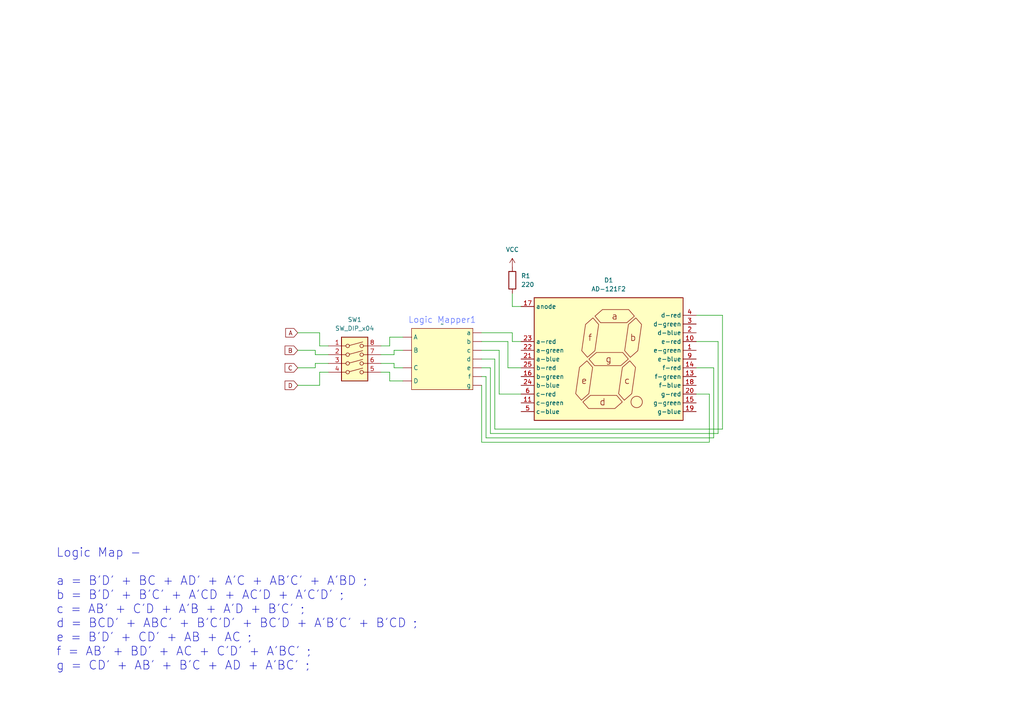
<source format=kicad_sch>
(kicad_sch (version 20231120) (generator "eeschema") (generator_version "8.0")
  (paper "A4")
  (lib_symbols
    (symbol "CustomLogic:Logic_Maper"
      (property "Reference" "Logic Mapper" (at 0 0 0))
      (symbol "Logic_Maper_1_1"
        (rectangle (start -8.89 8.89) (end 8.89 -8.89) (fill (type background)))
        (pin input line (at -11.43 6.35 0) (length 2.54) (name "A") (number ""))
        (pin input line (at -11.43 2.54 0) (length 2.54) (name "B") (number ""))
        (pin input line (at -11.43 -2.54 0) (length 2.54) (name "C") (number ""))
        (pin input line (at -11.43 -6.35 0) (length 2.54) (name "D") (number ""))
        (pin output line (at 11.43 7.62 180) (length 2.54) (name "a") (number ""))
        (pin output line (at 11.43 5.08 180) (length 2.54) (name "b") (number ""))
        (pin output line (at 11.43 2.54 180) (length 2.54) (name "c") (number ""))
        (pin output line (at 11.43 0 180) (length 2.54) (name "d") (number ""))
        (pin output line (at 11.43 -2.54 180) (length 2.54) (name "e") (number ""))
        (pin output line (at 11.43 -5.08 180) (length 2.54) (name "f") (number ""))
        (pin output line (at 11.43 -7.62 180) (length 2.54) (name "g") (number ""))
      )
    )
    (symbol "Device:R" (pin_numbers hide) (pin_names (offset 0))
      (property "Reference" "R" (at 2.032 0 90))
      (property "Value" "R" (at 0 0 90))
      (symbol "R_0_1"
        (rectangle (start -1.016 -2.54) (end 1.016 2.54) (stroke (width 0.254)))
      )
      (symbol "R_1_1"
        (pin passive line (at 0 3.81 270) (length 1.27) (name "~") (number "1"))
        (pin passive line (at 0 -3.81 90) (length 1.27) (name "~") (number "2"))
      )
    )
    (symbol "Display_Character:AD-121F2"
      (property "Reference" "D" (at -21.59 21.59 0))
      (property "Value" "AD-121F2" (at -21.59 19.05 0))
      (symbol "AD-121F2_0_1"
        (rectangle (start -21.59 17.78) (end 21.59 -17.78) (stroke (width 0.254)) (fill (type background)))
        (polyline (pts (xy -7.8994 -11.938) (xy -5.7404 -10.033) (xy -4.6482 -2.413) (xy -6.2992 -0.508) (xy -8.4582 -2.413) (xy -9.5504 -10.033) (xy -7.8994 -11.938)))
        (polyline (pts (xy -7.4676 -12.446) (xy -5.2832 -10.541) (xy 2.3368 -10.541) (xy 3.9624 -12.446) (xy 1.8034 -14.351) (xy -5.8166 -14.351) (xy -7.4676 -12.446)))
        (polyline (pts (xy -6.1468 0.508) (xy -3.9878 2.413) (xy -2.8956 10.033) (xy -4.5466 11.938) (xy -6.7056 10.033) (xy -7.7978 2.413) (xy -6.1468 0.508)))
        (polyline (pts (xy -5.715 0) (xy -3.5306 1.905) (xy 4.0894 1.905) (xy 5.715 0) (xy 3.5306 -1.905) (xy -4.0894 -1.905) (xy -5.715 0)))
        (polyline (pts (xy -3.9624 12.446) (xy -1.8034 14.351) (xy 5.8166 14.351) (xy 7.4676 12.446) (xy 5.2832 10.541) (xy -2.3368 10.541) (xy -3.9624 12.446)))
        (polyline (pts (xy 4.5466 -11.938) (xy 6.7056 -10.033) (xy 7.7978 -2.413) (xy 6.1468 -0.508) (xy 3.9878 -2.413) (xy 2.8956 -10.033) (xy 4.5466 -11.938)))
        (polyline (pts (xy 6.2992 0.508) (xy 8.4582 2.413) (xy 9.5504 10.033) (xy 7.8994 11.938) (xy 5.7404 10.033) (xy 4.6482 2.413) (xy 6.2992 0.508)))
        (circle (center 8.128 -12.446) (radius 1.651))
        (text "a" (at 1.7526 12.446 0) (effects (font (size 1.905 1.905))))
        (text "b" (at 7.0866 6.223 0) (effects (font (size 1.905 1.905))))
        (text "c" (at 5.3594 -6.223 0) (effects (font (size 1.905 1.905))))
        (text "d" (at -1.7526 -12.446 0) (effects (font (size 1.905 1.905))))
        (text "e" (at -7.0866 -6.223 0) (effects (font (size 1.905 1.905))))
        (text "f" (at -5.3594 6.223 0) (effects (font (size 1.905 1.905))))
        (text "g" (at 0 0 0) (effects (font (size 1.905 1.905))))
        (pin passive line (at 25.4 2.54 180) (length 3.81) (name "e-green") (number "1"))
        (pin passive line (at 25.4 5.08 180) (length 3.81) (name "e-red") (number "10"))
        (pin passive line (at -25.4 -12.7 0) (length 3.81) (name "c-green") (number "11"))
        (pin passive line (at 25.4 -5.08 180) (length 3.81) (name "f-green") (number "13"))
        (pin passive line (at 25.4 -2.54 180) (length 3.81) (name "f-red") (number "14"))
        (pin passive line (at 25.4 -12.7 180) (length 3.81) (name "g-green") (number "15"))
        (pin passive line (at -25.4 -5.08 0) (length 3.81) (name "b-green") (number "16"))
        (pin passive line (at -25.4 15.24 0) (length 3.81) (name "anode") (number "17"))
        (pin passive line (at 25.4 -7.62 180) (length 3.81) (name "f-blue") (number "18"))
        (pin passive line (at 25.4 -15.24 180) (length 3.81) (name "g-blue") (number "19"))
        (pin passive line (at 25.4 7.62 180) (length 3.81) (name "d-blue") (number "2"))
        (pin passive line (at 25.4 -10.16 180) (length 3.81) (name "g-red") (number "20"))
        (pin passive line (at -25.4 0 0) (length 3.81) (name "a-blue") (number "21"))
        (pin passive line (at -25.4 2.54 0) (length 3.81) (name "a-green") (number "22"))
        (pin passive line (at -25.4 5.08 0) (length 3.81) (name "a-red") (number "23"))
        (pin passive line (at -25.4 -7.62 0) (length 3.81) (name "b-blue") (number "24"))
        (pin passive line (at -25.4 -2.54 0) (length 3.81) (name "b-red") (number "25"))
        (pin passive line (at 25.4 10.16 180) (length 3.81) (name "d-green") (number "3"))
        (pin passive line (at 25.4 12.7 180) (length 3.81) (name "d-red") (number "4"))
        (pin passive line (at -25.4 -15.24 0) (length 3.81) (name "c-blue") (number "5"))
        (pin passive line (at -25.4 -10.16 0) (length 3.81) (name "c-red") (number "6"))
        (pin passive line (at 25.4 0 180) (length 3.81) (name "e-blue") (number "9"))
      )
    )
    (symbol "Switch:SW_DIP_x04" (pin_names (offset 0) hide)
      (property "Reference" "SW" (at 0 8.89 0))
      (property "Value" "SW_DIP_x04" (at 0 -6.35 0))
      (symbol "SW_DIP_x04_0_0"
        (circle (center -2.032 -2.54) (radius 0.508))
        (circle (center -2.032 0) (radius 0.508))
        (circle (center -2.032 2.54) (radius 0.508))
        (circle (center -2.032 5.08) (radius 0.508))
        (polyline (pts (xy -1.524 -2.3876) (xy 2.3622 -1.3462)))
        (polyline (pts (xy -1.524 0.127) (xy 2.3622 1.1684)))
        (polyline (pts (xy -1.524 2.667) (xy 2.3622 3.7084)))
        (polyline (pts (xy -1.524 5.207) (xy 2.3622 6.2484)))
        (circle (center 2.032 -2.54) (radius 0.508))
        (circle (center 2.032 0) (radius 0.508))
        (circle (center 2.032 2.54) (radius 0.508))
        (circle (center 2.032 5.08) (radius 0.508))
      )
      (symbol "SW_DIP_x04_0_1"
        (rectangle (start -3.81 7.62) (end 3.81 -5.08) (stroke (width 0.254)) (fill (type background)))
      )
      (symbol "SW_DIP_x04_1_1"
        (pin passive line (at -7.62 5.08 0) (length 5.08) (name "~") (number "1"))
        (pin passive line (at -7.62 2.54 0) (length 5.08) (name "~") (number "2"))
        (pin passive line (at -7.62 0 0) (length 5.08) (name "~") (number "3"))
        (pin passive line (at -7.62 -2.54 0) (length 5.08) (name "~") (number "4"))
        (pin passive line (at 7.62 -2.54 180) (length 5.08) (name "~") (number "5"))
        (pin passive line (at 7.62 0 180) (length 5.08) (name "~") (number "6"))
        (pin passive line (at 7.62 2.54 180) (length 5.08) (name "~") (number "7"))
        (pin passive line (at 7.62 5.08 180) (length 5.08) (name "~") (number "8"))
      )
    )
    (symbol "power:VCC" (power) (pin_numbers hide) (pin_names (offset 0) hide)
      (property "Value" "VCC" (at 0 3.556 0))
      (symbol "VCC_0_1"
        (polyline (pts (xy -0.762 1.27) (xy 0 2.54)))
        (polyline (pts (xy 0 0) (xy 0 2.54)))
        (polyline (pts (xy 0 2.54) (xy 0.762 1.27)))
      )
      (symbol "VCC_1_1"
        (pin power_in line (at 0 0 90) (length 0) (name "~") (number "1"))
      )
    )
  )
  (wire (pts (xy 91.44 101.6) (xy 91.44 102.87)))
  (wire (pts (xy 148.59 99.06) (xy 151.13 99.06)))
  (wire (pts (xy 92.71 107.95) (xy 95.25 107.95)))
  (wire (pts (xy 201.93 91.44) (xy 209.55 91.44)))
  (wire (pts (xy 148.59 85.09) (xy 148.59 88.9)))
  (wire (pts (xy 148.59 96.52) (xy 148.59 99.06)))
  (wire (pts (xy 113.03 107.95) (xy 113.03 110.49)))
  (wire (pts (xy 142.24 106.68) (xy 142.24 125.73)))
  (wire (pts (xy 92.71 100.33) (xy 95.25 100.33)))
  (wire (pts (xy 147.32 106.68) (xy 151.13 106.68)))
  (wire (pts (xy 143.51 124.46) (xy 209.55 124.46)))
  (wire (pts (xy 91.44 105.41) (xy 95.25 105.41)))
  (wire (pts (xy 86.36 111.76) (xy 92.71 111.76)))
  (wire (pts (xy 86.36 101.6) (xy 91.44 101.6)))
  (wire (pts (xy 86.36 96.52) (xy 92.71 96.52)))
  (wire (pts (xy 205.74 114.3) (xy 205.74 128.27)))
  (wire (pts (xy 144.78 114.3) (xy 151.13 114.3)))
  (wire (pts (xy 91.44 102.87) (xy 95.25 102.87)))
  (wire (pts (xy 140.97 127) (xy 207.01 127)))
  (wire (pts (xy 139.7 111.76) (xy 139.7 128.27)))
  (wire (pts (xy 92.71 96.52) (xy 92.71 100.33)))
  (wire (pts (xy 201.93 99.06) (xy 208.28 99.06)))
  (wire (pts (xy 113.03 110.49) (xy 116.84 110.49)))
  (wire (pts (xy 110.49 102.87) (xy 114.3 102.87)))
  (wire (pts (xy 201.93 106.68) (xy 207.01 106.68)))
  (wire (pts (xy 201.93 114.3) (xy 205.74 114.3)))
  (wire (pts (xy 140.97 109.22) (xy 140.97 127)))
  (wire (pts (xy 144.78 101.6) (xy 144.78 114.3)))
  (wire (pts (xy 113.03 100.33) (xy 113.03 97.79)))
  (wire (pts (xy 114.3 106.68) (xy 116.84 106.68)))
  (wire (pts (xy 114.3 102.87) (xy 114.3 101.6)))
  (wire (pts (xy 91.44 106.68) (xy 91.44 105.41)))
  (wire (pts (xy 139.7 128.27) (xy 205.74 128.27)))
  (wire (pts (xy 114.3 101.6) (xy 116.84 101.6)))
  (wire (pts (xy 207.01 127) (xy 207.01 106.68)))
  (wire (pts (xy 113.03 97.79) (xy 116.84 97.79)))
  (wire (pts (xy 139.7 101.6) (xy 144.78 101.6)))
  (wire (pts (xy 208.28 125.73) (xy 208.28 99.06)))
  (wire (pts (xy 209.55 124.46) (xy 209.55 91.44)))
  (wire (pts (xy 139.7 104.14) (xy 143.51 104.14)))
  (wire (pts (xy 139.7 96.52) (xy 148.59 96.52)))
  (wire (pts (xy 86.36 106.68) (xy 91.44 106.68)))
  (wire (pts (xy 139.7 106.68) (xy 142.24 106.68)))
  (wire (pts (xy 110.49 100.33) (xy 113.03 100.33)))
  (wire (pts (xy 114.3 105.41) (xy 114.3 106.68)))
  (wire (pts (xy 142.24 125.73) (xy 208.28 125.73)))
  (wire (pts (xy 143.51 104.14) (xy 143.51 124.46)))
  (wire (pts (xy 139.7 99.06) (xy 147.32 99.06)))
  (wire (pts (xy 92.71 111.76) (xy 92.71 107.95)))
  (wire (pts (xy 139.7 109.22) (xy 140.97 109.22)))
  (wire (pts (xy 147.32 99.06) (xy 147.32 106.68)))
  (wire (pts (xy 110.49 107.95) (xy 113.03 107.95)))
  (wire (pts (xy 110.49 105.41) (xy 114.3 105.41)))
  (wire (pts (xy 148.59 88.9) (xy 151.13 88.9)))
  (text "Logic Map - \n\na = B'D' + BC + AD' + A'C + AB'C' + A'BD ;\nb = B'D' + B'C' + A'CD + AC'D + A'C'D' ; \nc = AB' + C'D + A'B + A'D + B'C' ; \nd = BCD' + ABC' + B'C'D' + BC'D + A'B'C' + B'CD ; \ne = B'D' + CD' + AB + AC ; \nf = AB' + BD' + AC + C'D' + A'BC' ; \ng = CD' + AB' + B'C + AD + A'BC' ; \n" (at 16.256 176.784 0) (effects (font (size 2.54 2.54)) (justify left)))
  (global_label "B" (shape input) (at 86.36 101.6 180) (property "Intersheetrefs" "${INTERSHEET_REFS}" (effects (hide yes))))
  (global_label "A" (shape input) (at 86.36 96.52 180) (property "Intersheetrefs" "${INTERSHEET_REFS}" (effects (hide yes))))
  (global_label "D" (shape input) (at 86.36 111.76 180) (property "Intersheetrefs" "${INTERSHEET_REFS}" (effects (hide yes))))
  (global_label "C" (shape input) (at 86.36 106.68 180) (property "Intersheetrefs" "${INTERSHEET_REFS}" (effects (hide yes))))
  (symbol (lib_id "Device:R") (at 148.59 81.28 0) (unit 1)
    (property "Reference" "R1" (at 151.13 80.0099 0) (effects (justify left)))
    (property "Value" "220" (at 151.13 82.5499 0) (effects (justify left)))
    (property "Description" "Resistor" (effects (hide yes)))
  )
  (symbol (lib_id "Switch:SW_DIP_x04") (at 102.87 105.41 0) (unit 1)
    (property "Reference" "SW1" (at 102.87 92.71 0))
    (property "Value" "SW_DIP_x04" (at 102.87 95.25 0))
    (property "Description" "4x DIP Switch, Single Pole Single Throw (SPST) switch, small symbol" (effects (hide yes)))
  )
  (symbol (lib_id "power:VCC") (at 148.59 77.47 0) (unit 1)
    (property "Reference" "#PWR01" (effects (hide yes)))
    (property "Value" "VCC" (at 148.59 72.39 0))
    (property "Description" "Power symbol creates a global label with name \"VCC\"" (effects (hide yes)))
  )
  (symbol (lib_id "CustomLogic:Logic_Maper") (at 128.27 104.14 0) (unit 1)
    (property "Reference" "Logic Mapper1" (at 128.27 92.71 0) (effects (font (size 1.778 1.778))))
    (property "Value" "~" (at 128.27 93.98 0))
  )
  (symbol (lib_id "Display_Character:AD-121F2") (at 176.53 104.14 0) (unit 1)
    (property "Reference" "D1" (at 176.53 81.28 0))
    (property "Value" "AD-121F2" (at 176.53 83.82 0))
    (property "Footprint" "Display_7Segment:AD-121F2" (effects (hide yes)))
    (property "Datasheet" "http://usasyck.com/products/AD-121F2_cat_e.pdf" (effects (hide yes)))
    (property "Description" "Single Digit 7-segment RGB LED Display, 1-inch digit height, common anode" (effects (hide yes)))
  )
)
</source>
